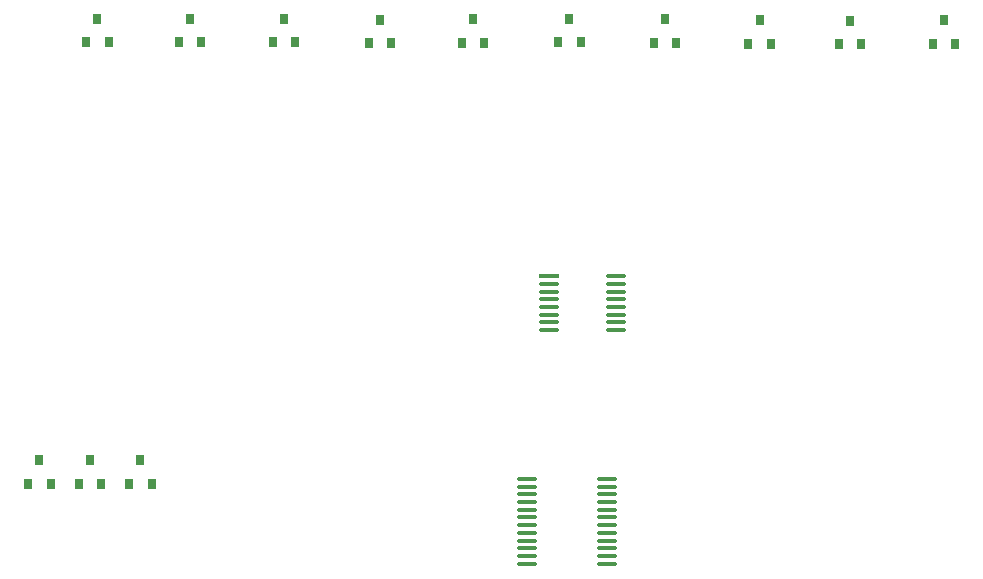
<source format=gtp>
G04 Layer_Color=7318015*
%FSLAX43Y43*%
%MOMM*%
G71*
G01*
G75*
%ADD10R,0.800X0.900*%
%ADD11O,1.800X0.279*%
%ADD12R,1.700X0.350*%
%ADD13O,1.700X0.350*%
D10*
X26762Y92654D02*
D03*
X28662D02*
D03*
X27712Y94654D02*
D03*
X34612Y92654D02*
D03*
X36512D02*
D03*
X35562Y94654D02*
D03*
X67692Y94654D02*
D03*
X68642Y92654D02*
D03*
X66742D02*
D03*
X59539Y94629D02*
D03*
X60489Y92629D02*
D03*
X58589D02*
D03*
X50691Y92578D02*
D03*
X52591D02*
D03*
X51641Y94578D02*
D03*
X43515Y94654D02*
D03*
X42565Y92654D02*
D03*
X44465D02*
D03*
X83792Y94511D02*
D03*
X84742Y92511D02*
D03*
X82842D02*
D03*
X75757Y94636D02*
D03*
X76707Y92636D02*
D03*
X74807D02*
D03*
X90503Y92486D02*
D03*
X92403D02*
D03*
X91453Y94486D02*
D03*
X98464Y92511D02*
D03*
X100364D02*
D03*
X99414Y94511D02*
D03*
X30407Y55275D02*
D03*
X32307D02*
D03*
X31358Y57275D02*
D03*
X26132Y55275D02*
D03*
X28032D02*
D03*
X27083Y57275D02*
D03*
X21858Y55275D02*
D03*
X23757D02*
D03*
X22808Y57275D02*
D03*
D11*
X64075Y55675D02*
D03*
Y55025D02*
D03*
Y54375D02*
D03*
Y53725D02*
D03*
Y53075D02*
D03*
Y52425D02*
D03*
Y51775D02*
D03*
Y51125D02*
D03*
Y50475D02*
D03*
Y49825D02*
D03*
Y49175D02*
D03*
Y48525D02*
D03*
X70875Y55675D02*
D03*
Y55025D02*
D03*
Y54375D02*
D03*
Y53725D02*
D03*
Y53075D02*
D03*
Y52425D02*
D03*
Y51775D02*
D03*
Y51125D02*
D03*
Y50475D02*
D03*
Y49825D02*
D03*
Y49175D02*
D03*
Y48525D02*
D03*
D12*
X65925Y72850D02*
D03*
D13*
Y72200D02*
D03*
Y71550D02*
D03*
Y70900D02*
D03*
Y70250D02*
D03*
Y69600D02*
D03*
Y68950D02*
D03*
Y68300D02*
D03*
X71625Y72850D02*
D03*
X71625Y72200D02*
D03*
X71625Y71550D02*
D03*
Y70900D02*
D03*
Y70250D02*
D03*
Y69600D02*
D03*
Y68950D02*
D03*
Y68300D02*
D03*
M02*

</source>
